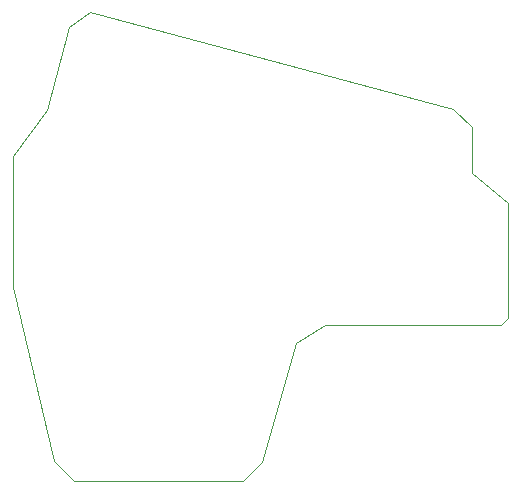
<source format=gbr>
G04 #@! TF.GenerationSoftware,KiCad,Pcbnew,(5.1.4)-1*
G04 #@! TF.CreationDate,2023-09-09T05:27:56-04:00*
G04 #@! TF.ProjectId,ThumbsUp,5468756d-6273-4557-902e-6b696361645f,rev?*
G04 #@! TF.SameCoordinates,Original*
G04 #@! TF.FileFunction,Profile,NP*
%FSLAX46Y46*%
G04 Gerber Fmt 4.6, Leading zero omitted, Abs format (unit mm)*
G04 Created by KiCad (PCBNEW (5.1.4)-1) date 2023-09-09 05:27:56*
%MOMM*%
%LPD*%
G04 APERTURE LIST*
%ADD10C,0.050000*%
G04 APERTURE END LIST*
D10*
X-68651253Y-368169426D02*
X-66221253Y-366639426D01*
X-87451253Y-379869426D02*
X-73151253Y-379869426D01*
X-73151253Y-379869426D02*
X-71551253Y-378269426D01*
X-71551253Y-378269426D02*
X-68651253Y-368169426D01*
X-92662701Y-363470750D02*
X-89151253Y-378169426D01*
X-66221253Y-366639426D02*
X-51279802Y-366644727D01*
X-89151253Y-378169426D02*
X-87451253Y-379869426D01*
X-50735092Y-366088636D02*
X-51279802Y-366644727D01*
X-92661253Y-363469426D02*
X-92655957Y-352329411D01*
X-89767244Y-348495960D02*
X-87861197Y-341430269D01*
X-89767244Y-348495960D02*
X-92655957Y-352329411D01*
X-87861197Y-341430269D02*
X-86088225Y-340124292D01*
X-55361247Y-348371480D02*
X-53803005Y-349872472D01*
X-86088225Y-340124292D02*
X-55361247Y-348371480D01*
X-53791182Y-353793663D02*
X-53803005Y-349872472D01*
X-50738993Y-356356602D02*
X-53791182Y-353793663D01*
X-50735092Y-366088636D02*
X-50738993Y-356356602D01*
M02*

</source>
